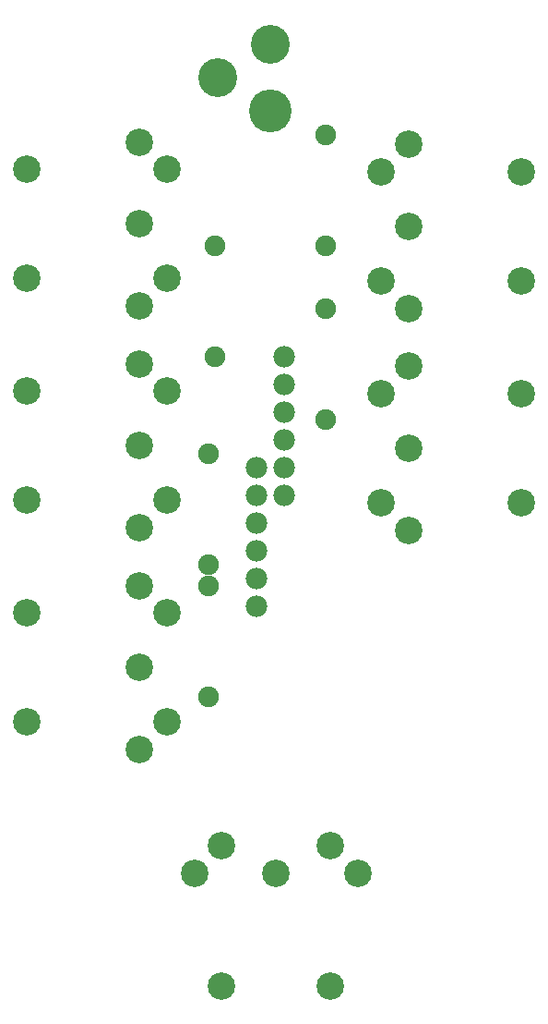
<source format=gtl>
G04 MADE WITH FRITZING*
G04 WWW.FRITZING.ORG*
G04 DOUBLE SIDED*
G04 HOLES PLATED*
G04 CONTOUR ON CENTER OF CONTOUR VECTOR*
%ASAXBY*%
%FSLAX23Y23*%
%MOIN*%
%OFA0B0*%
%SFA1.0B1.0*%
%ADD10C,0.154173*%
%ADD11C,0.140000*%
%ADD12C,0.078000*%
%ADD13C,0.099060*%
%ADD14C,0.075000*%
%LNCOPPER1*%
G90*
G70*
G54D10*
X974Y3246D03*
G54D11*
X974Y3486D03*
X784Y3366D03*
G54D12*
X1024Y2358D03*
X1024Y2258D03*
X1024Y2158D03*
X1024Y2058D03*
X1024Y1958D03*
X1024Y1858D03*
X924Y1958D03*
X924Y1858D03*
X924Y1758D03*
X924Y1658D03*
X924Y1558D03*
X924Y1458D03*
G54D13*
X699Y494D03*
X797Y596D03*
X994Y494D03*
X1191Y596D03*
X1289Y494D03*
X797Y89D03*
X1191Y89D03*
X1474Y2533D03*
X1372Y2632D03*
X1474Y2829D03*
X1372Y3025D03*
X1474Y3124D03*
X1879Y2632D03*
X1879Y3025D03*
X1474Y1733D03*
X1372Y1832D03*
X1474Y2029D03*
X1372Y2225D03*
X1474Y2324D03*
X1879Y1832D03*
X1879Y2225D03*
X499Y1533D03*
X600Y1435D03*
X499Y1238D03*
X600Y1041D03*
X499Y943D03*
X93Y1435D03*
X93Y1041D03*
X499Y2333D03*
X600Y2235D03*
X499Y2038D03*
X600Y1841D03*
X499Y1743D03*
X93Y2235D03*
X93Y1841D03*
X499Y3133D03*
X600Y3035D03*
X499Y2838D03*
X600Y2641D03*
X499Y2543D03*
X93Y3035D03*
X93Y2641D03*
G54D14*
X1174Y2758D03*
X1174Y3158D03*
X1174Y2533D03*
X1174Y2133D03*
X749Y1533D03*
X749Y1133D03*
X749Y1608D03*
X749Y2008D03*
X774Y2358D03*
X774Y2758D03*
G04 End of Copper1*
M02*
</source>
